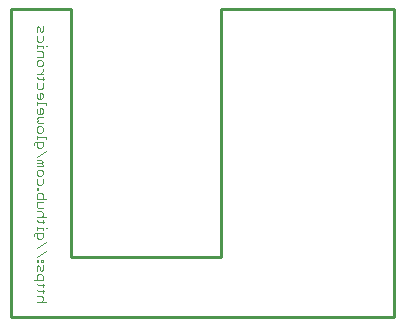
<source format=gbo>
G75*
%MOIN*%
%OFA0B0*%
%FSLAX24Y24*%
%IPPOS*%
%LPD*%
%AMOC8*
5,1,8,0,0,1.08239X$1,22.5*
%
%ADD10C,0.0030*%
%ADD11C,0.0100*%
D10*
X004357Y003634D02*
X004662Y003634D01*
X004560Y003684D02*
X004560Y003786D01*
X004510Y003837D01*
X004357Y003837D01*
X004408Y003993D02*
X004357Y004043D01*
X004408Y003993D02*
X004611Y003993D01*
X004560Y004043D02*
X004560Y003942D01*
X004560Y004147D02*
X004560Y004249D01*
X004611Y004198D02*
X004408Y004198D01*
X004357Y004249D01*
X004357Y004353D02*
X004357Y004505D01*
X004408Y004556D01*
X004510Y004556D01*
X004560Y004505D01*
X004560Y004353D01*
X004256Y004353D01*
X004357Y004661D02*
X004357Y004813D01*
X004408Y004864D01*
X004459Y004813D01*
X004459Y004712D01*
X004510Y004661D01*
X004560Y004712D01*
X004560Y004864D01*
X004560Y004969D02*
X004510Y004969D01*
X004510Y005020D01*
X004560Y005020D01*
X004560Y004969D01*
X004408Y004969D02*
X004357Y004969D01*
X004357Y005020D01*
X004408Y005020D01*
X004408Y004969D01*
X004357Y005123D02*
X004662Y005326D01*
X004662Y005634D02*
X004357Y005431D01*
X004408Y005739D02*
X004357Y005790D01*
X004357Y005942D01*
X004306Y005942D02*
X004560Y005942D01*
X004560Y005790D01*
X004510Y005739D01*
X004408Y005739D01*
X004256Y005841D02*
X004256Y005892D01*
X004306Y005942D01*
X004357Y006047D02*
X004357Y006149D01*
X004357Y006098D02*
X004560Y006098D01*
X004560Y006047D01*
X004662Y006098D02*
X004713Y006098D01*
X004560Y006253D02*
X004560Y006354D01*
X004611Y006304D02*
X004408Y006304D01*
X004357Y006354D01*
X004357Y006458D02*
X004662Y006458D01*
X004560Y006509D02*
X004560Y006611D01*
X004510Y006661D01*
X004357Y006661D01*
X004408Y006766D02*
X004357Y006817D01*
X004357Y006970D01*
X004560Y006970D01*
X004560Y007074D02*
X004560Y007227D01*
X004510Y007278D01*
X004408Y007278D01*
X004357Y007227D01*
X004357Y007074D01*
X004662Y007074D01*
X004560Y006766D02*
X004408Y006766D01*
X004560Y006509D02*
X004510Y006458D01*
X004408Y007383D02*
X004408Y007433D01*
X004357Y007433D01*
X004357Y007383D01*
X004408Y007383D01*
X004408Y007537D02*
X004357Y007587D01*
X004357Y007740D01*
X004408Y007845D02*
X004357Y007896D01*
X004357Y007997D01*
X004408Y008048D01*
X004510Y008048D01*
X004560Y007997D01*
X004560Y007896D01*
X004510Y007845D01*
X004408Y007845D01*
X004560Y007740D02*
X004560Y007587D01*
X004510Y007537D01*
X004408Y007537D01*
X004357Y008153D02*
X004560Y008153D01*
X004560Y008204D01*
X004510Y008255D01*
X004560Y008305D01*
X004510Y008356D01*
X004357Y008356D01*
X004357Y008255D02*
X004510Y008255D01*
X004357Y008461D02*
X004662Y008664D01*
X004510Y008769D02*
X004408Y008769D01*
X004357Y008820D01*
X004357Y008972D01*
X004306Y008972D02*
X004560Y008972D01*
X004560Y008820D01*
X004510Y008769D01*
X004256Y008871D02*
X004256Y008922D01*
X004306Y008972D01*
X004357Y009077D02*
X004357Y009179D01*
X004357Y009128D02*
X004662Y009128D01*
X004662Y009077D01*
X004510Y009283D02*
X004408Y009283D01*
X004357Y009334D01*
X004357Y009435D01*
X004408Y009486D01*
X004510Y009486D01*
X004560Y009435D01*
X004560Y009334D01*
X004510Y009283D01*
X004560Y009591D02*
X004408Y009591D01*
X004357Y009642D01*
X004408Y009693D01*
X004357Y009743D01*
X004408Y009794D01*
X004560Y009794D01*
X004510Y009899D02*
X004560Y009950D01*
X004560Y010052D01*
X004510Y010102D01*
X004459Y010102D01*
X004459Y009899D01*
X004408Y009899D02*
X004510Y009899D01*
X004408Y009899D02*
X004357Y009950D01*
X004357Y010052D01*
X004357Y010207D02*
X004357Y010309D01*
X004357Y010258D02*
X004662Y010258D01*
X004662Y010207D01*
X004510Y010413D02*
X004560Y010463D01*
X004560Y010565D01*
X004510Y010616D01*
X004459Y010616D01*
X004459Y010413D01*
X004408Y010413D02*
X004510Y010413D01*
X004408Y010413D02*
X004357Y010463D01*
X004357Y010565D01*
X004408Y010721D02*
X004357Y010772D01*
X004357Y010924D01*
X004408Y011080D02*
X004357Y011131D01*
X004408Y011080D02*
X004611Y011080D01*
X004560Y011029D02*
X004560Y011131D01*
X004560Y011234D02*
X004357Y011234D01*
X004459Y011234D02*
X004560Y011336D01*
X004560Y011387D01*
X004510Y011491D02*
X004408Y011491D01*
X004357Y011542D01*
X004357Y011644D01*
X004408Y011694D01*
X004510Y011694D01*
X004560Y011644D01*
X004560Y011542D01*
X004510Y011491D01*
X004560Y011799D02*
X004357Y011799D01*
X004560Y011799D02*
X004560Y011952D01*
X004510Y012003D01*
X004357Y012003D01*
X004357Y012107D02*
X004357Y012209D01*
X004357Y012158D02*
X004560Y012158D01*
X004560Y012107D01*
X004662Y012158D02*
X004713Y012158D01*
X004510Y012313D02*
X004560Y012364D01*
X004560Y012516D01*
X004510Y012621D02*
X004459Y012672D01*
X004459Y012773D01*
X004408Y012824D01*
X004357Y012773D01*
X004357Y012621D01*
X004357Y012516D02*
X004357Y012364D01*
X004408Y012313D01*
X004510Y012313D01*
X004510Y012621D02*
X004560Y012672D01*
X004560Y012824D01*
X004560Y010924D02*
X004560Y010772D01*
X004510Y010721D01*
X004408Y010721D01*
X004560Y003684D02*
X004510Y003634D01*
D11*
X003510Y003143D02*
X016260Y003143D01*
X016260Y013393D01*
X010510Y013393D01*
X010510Y005143D01*
X005510Y005143D01*
X005510Y013393D01*
X003510Y013393D01*
X003510Y003143D01*
M02*

</source>
